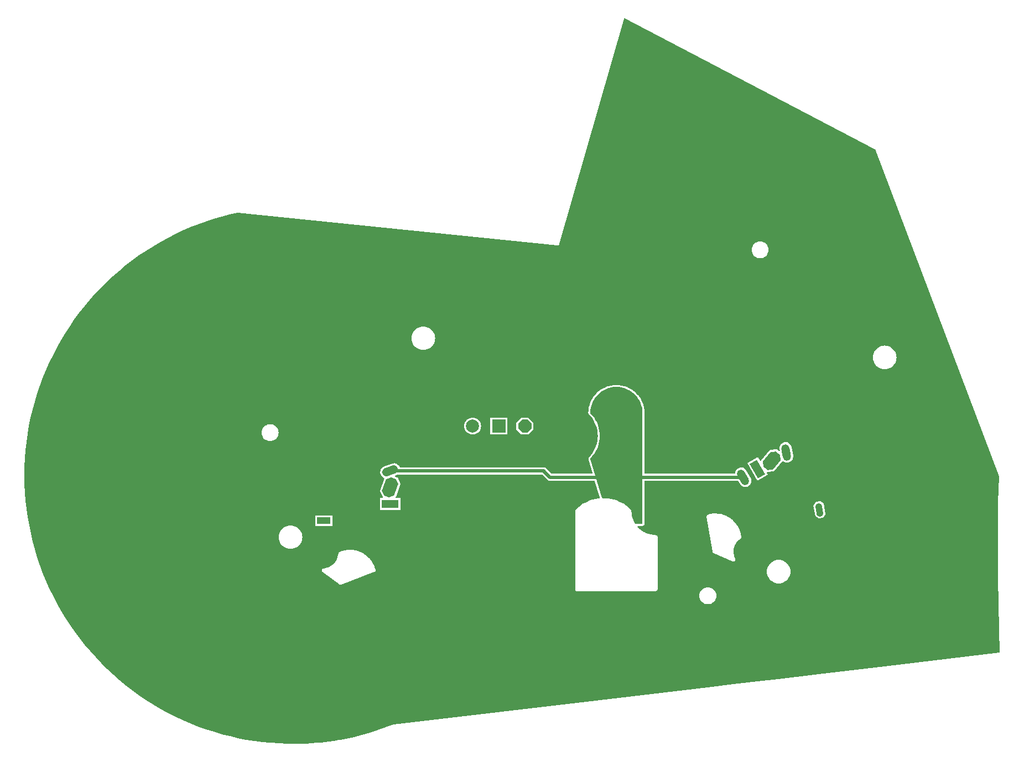
<source format=gbr>
G04 --- HEADER BEGIN --- *
G04 #@! TF.GenerationSoftware,LibrePCB,LibrePCB,0.1.2*
G04 #@! TF.CreationDate,2019-01-02T03:04:05*
G04 #@! TF.ProjectId,test_project,7c04f9d5-7366-4c4b-9e17-852ed57b3966,v1*
G04 #@! TF.Part,Single*
G04 #@! TF.SameCoordinates*
G04 #@! TF.FileFunction,Copper,L1,Top*
G04 #@! TF.FilePolarity,Positive*
%FSLAX66Y66*%
%MOMM*%
G01*
G75*
G04 --- HEADER END --- *
G04 --- APERTURE LIST BEGIN --- *
G04 #@! TA.AperFunction,ComponentPad*
%AMROTATEDOBROUND10*1,1,1.27,0.110267,-0.625353*1,1,1.27,-0.110267,0.625353*20,1,1.27,0.110267,-0.625353,-0.110267,0.625353,0*%
%ADD10ROTATEDOBROUND10*%
%AMROTATEDRECT11*20,1,1.27,-1.27,0.0,1.27,0.0,120.0*%
%ADD11ROTATEDRECT11*%
G04 #@! TA.AperFunction,SMDPad,CuDef*
%AMROTATEDOCTAGON12*4,1,8,1.0,0.207107,0.707107,0.5,-0.707107,0.5,-1.0,0.207107,-1.0,-0.207107,-0.707107,-0.5,0.707107,-0.5,1.0,-0.207107,1.0,0.207107,100.0*%
%ADD12ROTATEDOCTAGON12*%
G04 #@! TA.AperFunction,ComponentPad*
%AMROTATEDOBROUND13*1,1,1.27,0.3175,-0.549926*1,1,1.27,-0.3175,0.549926*20,1,1.27,0.3175,-0.549926,-0.3175,0.549926,0*%
%ADD13ROTATEDOBROUND13*%
%AMROTATEDOCTAGON14*4,1,8,1.5,0.414214,0.914214,1.0,-0.914214,1.0,-1.5,0.414214,-1.5,-0.414214,-0.914214,-1.0,0.914214,-1.0,1.5,-0.414214,1.5,0.414214,50.0*%
%ADD14ROTATEDOCTAGON14*%
G04 #@! TA.AperFunction,Conductor*
%ADD15C,0.0*%
%ADD16C,0.01*%
G04 #@! TA.AperFunction,ComponentPad*
%AMROTATEDOBROUND17*1,1,1.27,-0.596705,-0.217183*1,1,1.27,0.596705,0.217183*20,1,1.27,-0.596705,-0.217183,0.596705,0.217183,0*%
%ADD17ROTATEDOBROUND17*%
%ADD18R,2.54X1.27*%
G04 #@! TA.AperFunction,SMDPad,CuDef*
%AMROTATEDOCTAGON19*4,1,8,1.0,0.207107,0.707107,0.5,-0.707107,0.5,-1.0,0.207107,-1.0,-0.207107,-0.707107,-0.5,0.707107,-0.5,1.0,-0.207107,1.0,0.207107,20.0*%
%ADD19ROTATEDOCTAGON19*%
%ADD20R,2.0X1.0*%
G04 #@! TA.AperFunction,ComponentPad*
%ADD21O,2.54X1.27*%
%AMROTATEDOCTAGON22*4,1,8,1.5,0.414214,0.914214,1.0,-0.914214,1.0,-1.5,0.414214,-1.5,-0.414214,-0.914214,-1.0,0.914214,-1.0,1.5,-0.414214,1.5,0.414214,70.0*%
%ADD22ROTATEDOCTAGON22*%
G04 #@! TA.AperFunction,SMDPad,CuDef*
%ADD23O,1.0X2.0*%
G04 #@! TA.AperFunction,Conductor*
%ADD24C,0.2*%
G04 #@! TA.AperFunction,NonConductor*
%ADD25C,0.2*%
G04 #@! TA.AperFunction,ViaPad*
%ADD26R,2.0X2.0*%
G04 #@! TA.AperFunction,Conductor*
%ADD27C,0.5*%
G04 #@! TA.AperFunction,ViaPad*
%AMROTATEDOCTAGON28*4,1,8,1.0,0.414214,0.414214,1.0,-0.414214,1.0,-1.0,0.414214,-1.0,-0.414214,-0.414214,-1.0,0.414214,-1.0,1.0,-0.414214,1.0,0.414214,0.0*%
%ADD28ROTATEDOCTAGON28*%
%ADD29C,2.0*%
G04 #@! TD*
G04 --- APERTURE LIST END --- *
G04 --- BOARD BEGIN --- *
D10*
G04 #@! TO.N,N/C*
G04 #@! TO.C,D2*
G04 #@! TO.P,D2,4,4*
X60012659Y41970886D03*
D11*
G04 #@! TO.N,N3*
G04 #@! TO.P,D2,2,2*
X55613250Y39430886D03*
D12*
G04 #@! TO.N,N/C*
G04 #@! TO.P,D2,8,8*
X65092659Y33172068D03*
D13*
G04 #@! TO.N,N3*
G04 #@! TO.P,D2,1,1*
X53413546Y38160886D03*
D14*
G04 #@! TO.N,GND*
G04 #@! TO.P,D2,3,3*
X57812955Y40700886D03*
D15*
G04 #@! TD.P*
G04 #@! TO.N,*
X59082955Y38501182D02*
X61622955Y34101773D01*
X58153250Y35031477D01*
X59082955Y38501182D01*
D16*
G04 #@! TA.AperFunction,Conductor*
G36*
X59082955Y38501182D02*
X61622955Y34101773D01*
X58153250Y35031477D01*
X59082955Y38501182D01*
G37*
D17*
G04 #@! TD.AperFunction*
G04 #@! TO.N,N3*
G04 #@! TO.C,D1*
G04 #@! TO.P,D1,4,4*
X-620000Y39140000D03*
D18*
G04 #@! TO.N,N/C*
G04 #@! TO.P,D1,2,2*
X-620000Y34060000D03*
D19*
G04 #@! TO.N,FOO*
G04 #@! TO.P,D1,7,6*
X-10780000Y36600000D03*
D20*
G04 #@! TO.N,N/C*
G04 #@! TO.P,D1,5,5*
X-10780000Y31520000D03*
D21*
G04 #@! TO.N,FOO*
G04 #@! TO.P,D1,1,1*
X-620000Y31520000D03*
D22*
G04 #@! TO.N,VCC*
G04 #@! TO.P,D1,3,3*
X-620000Y36600000D03*
D23*
G04 #@! TO.N,FOO*
G04 #@! TO.P,D1,6,6*
X-10780000Y34060000D03*
D24*
G04 #@! TD.P*
G04 #@! TO.N,*
X-3160000Y31520000D02*
X-8240000Y31520000D01*
X-5700000Y34060000D01*
X-3160000Y31520000D01*
D25*
X-7683333Y38663333D02*
X-8016666Y38663333D01*
X-8016666Y38140000D02*
X-8016666Y39140000D01*
X-7539999Y39140000D01*
X-6949999Y38140000D02*
X-7044443Y38187778D01*
X-7092221Y38235556D01*
X-7139999Y38330000D01*
X-7139999Y38616667D01*
X-7092221Y38711111D01*
X-7044443Y38758889D01*
X-6949999Y38806667D01*
X-6806666Y38806667D01*
X-6711110Y38758889D01*
X-6663332Y38711111D01*
X-6616666Y38616667D01*
X-6616666Y38330000D01*
X-6663332Y38235556D01*
X-6711110Y38187778D01*
X-6806666Y38140000D01*
X-6949999Y38140000D01*
X-6026666Y38140000D02*
X-6121110Y38187778D01*
X-6168888Y38235556D01*
X-6216666Y38330000D01*
X-6216666Y38616667D01*
X-6168888Y38711111D01*
X-6121110Y38758889D01*
X-6026666Y38806667D01*
X-5883333Y38806667D01*
X-5787777Y38758889D01*
X-5739999Y38711111D01*
X-5693333Y38616667D01*
X-5693333Y38330000D01*
X-5739999Y38235556D01*
X-5787777Y38187778D01*
X-5883333Y38140000D01*
X-6026666Y38140000D01*
X-4960000Y38663333D02*
X-4816666Y38616667D01*
X-4770000Y38568889D01*
X-4722222Y38473333D01*
X-4722222Y38330000D01*
X-4770000Y38235556D01*
X-4816666Y38187778D01*
X-4912222Y38140000D01*
X-5293333Y38140000D01*
X-5293333Y39140000D01*
X-4960000Y39140000D01*
X-4864444Y39092222D01*
X-4816666Y39044444D01*
X-4770000Y38950000D01*
X-4770000Y38854444D01*
X-4816666Y38758889D01*
X-4864444Y38711111D01*
X-4960000Y38663333D01*
X-5293333Y38663333D01*
X-3845555Y38140000D02*
X-3845555Y38663333D01*
X-3893333Y38758889D01*
X-3988889Y38806667D01*
X-4178889Y38806667D01*
X-4274444Y38758889D01*
X-3845555Y38187778D02*
X-3941111Y38140000D01*
X-4178889Y38140000D01*
X-4274444Y38187778D01*
X-4322222Y38283333D01*
X-4322222Y38377778D01*
X-4274444Y38473333D01*
X-4178889Y38521111D01*
X-3941111Y38521111D01*
X-3845555Y38568889D01*
X-3445555Y38140000D02*
X-3445555Y38806667D01*
X-3445555Y38616667D02*
X-3397777Y38711111D01*
X-3349999Y38758889D01*
X-3255555Y38806667D01*
X-3159999Y38806667D01*
D26*
G04 #@! TD.C*
G04 #@! TO.N,GND*
X16000000Y46000000D03*
D27*
G04 #@! TO.N,N3*
X23839114Y38160886D02*
X23000000Y39000000D01*
X19140000Y39140000D02*
X22860000Y39140000D01*
X-620000Y39140000D02*
X19140000Y39140000D01*
X53413546Y38160886D02*
X23839114Y38160886D01*
X22860000Y39140000D02*
X23000000Y39000000D01*
D28*
G04 #@! TO.N,GND*
X20000000Y46000000D03*
D29*
X12000000Y46000000D03*
D16*
G04 #@! TA.AperFunction,Conductor*
G04 #@! TO.N,FOO*
G36*
X-15030441Y-2687861D02*
X-13759008Y-2655054D01*
X-13755911Y-2654926D01*
X-12486118Y-2582738D01*
X-12483027Y-2582514D01*
X-12063987Y-2545635D01*
X-12063987Y30720000D01*
X-12068752Y30721566D01*
X-12080000Y30743828D01*
X-12080000Y32303987D01*
X-12078434Y32308752D01*
X-12056172Y32320000D01*
X-9496013Y32320000D01*
X-9491248Y32318434D01*
X-9480000Y32296172D01*
X-9480000Y30736013D01*
X-9481566Y30731248D01*
X-9503828Y30720000D01*
X-12063987Y30720000D01*
X-12063987Y-2545635D01*
X-11216017Y-2471007D01*
X-11212935Y-2470687D01*
X-9950118Y-2319989D01*
X-9947047Y-2319575D01*
X-8689354Y-2129797D01*
X-8686297Y-2129287D01*
X-8233296Y-2046500D01*
X-8233296Y21701606D01*
X-8251328Y21701746D01*
X-8341630Y21719167D01*
X-8356382Y21724538D01*
X-8416770Y21758144D01*
X-8422381Y21761781D01*
X-10956037Y23657035D01*
X-10962799Y23663132D01*
X-11027494Y23733174D01*
X-11037115Y23748421D01*
X-11070782Y23832698D01*
X-11074315Y23850376D01*
X-11075623Y23941123D01*
X-11072602Y23958891D01*
X-11041375Y24044108D01*
X-11032201Y24059621D01*
X-10973896Y24126515D01*
X-10956279Y24139389D01*
X-10829517Y24194220D01*
X-10816969Y24197786D01*
X-10525042Y24240547D01*
X-10513653Y24242899D01*
X-10244785Y24314943D01*
X-10233747Y24318600D01*
X-9975070Y24421364D01*
X-9964530Y24426279D01*
X-9719553Y24558370D01*
X-9709655Y24564475D01*
X-9481647Y24724128D01*
X-9472526Y24731340D01*
X-9264601Y24916377D01*
X-9256377Y24924601D01*
X-9071340Y25132526D01*
X-9064128Y25141647D01*
X-8904475Y25369655D01*
X-8898370Y25379553D01*
X-8766279Y25624530D01*
X-8761364Y25635070D01*
X-8658600Y25893747D01*
X-8654943Y25904785D01*
X-8582899Y26173653D01*
X-8580547Y26185042D01*
X-8537495Y26478952D01*
X-8535356Y26487813D01*
X-8504618Y26578063D01*
X-8495799Y26593789D01*
X-8437520Y26663838D01*
X-8424286Y26675017D01*
X-8348674Y26718899D01*
X-8341089Y26722487D01*
X-7989878Y26853756D01*
X-7987459Y26854590D01*
X-7960558Y26863099D01*
X-7958080Y26863813D01*
X-7592452Y26959130D01*
X-7589939Y26959716D01*
X-7562310Y26965423D01*
X-7559790Y26965876D01*
X-7186280Y27023225D01*
X-7183769Y27023545D01*
X-7155662Y27026394D01*
X-7153149Y27026584D01*
X-6775702Y27045353D01*
X-6773181Y27045414D01*
X-6744941Y27045367D01*
X-6742378Y27045297D01*
X-6365041Y27025286D01*
X-6362478Y27025083D01*
X-6334444Y27022148D01*
X-6331857Y27021810D01*
X-5958589Y26963238D01*
X-5956055Y26962773D01*
X-5928455Y26956978D01*
X-5925930Y26956380D01*
X-5560613Y26859857D01*
X-5558165Y26859142D01*
X-5531292Y26850544D01*
X-5528849Y26849692D01*
X-5175358Y26716241D01*
X-5172967Y26715268D01*
X-5147103Y26703956D01*
X-5144811Y26702882D01*
X-4806837Y26533895D01*
X-4804537Y26532670D01*
X-4780004Y26518786D01*
X-4777804Y26517466D01*
X-4458925Y26314729D01*
X-4456797Y26313298D01*
X-4433815Y26296973D01*
X-4431739Y26295417D01*
X-4135308Y26061061D01*
X-4133362Y26059439D01*
X-4112135Y26040809D01*
X-4110270Y26039086D01*
X-3839433Y25775595D01*
X-3837628Y25773747D01*
X-3818436Y25753056D01*
X-3816739Y25751128D01*
X-3574338Y25461278D01*
X-3572744Y25459269D01*
X-3555772Y25436716D01*
X-3554289Y25434636D01*
X-3342872Y25121472D01*
X-3341463Y25119264D01*
X-3326930Y25095155D01*
X-3325629Y25092867D01*
X-3147433Y24759707D01*
X-3146275Y24757402D01*
X-3134260Y24731868D01*
X-3133226Y24729516D01*
X-2990105Y24379829D01*
X-2989187Y24377411D01*
X-2979860Y24350804D01*
X-2979063Y24348328D01*
X-2873461Y23988971D01*
X-2871701Y23980034D01*
X-2861898Y23885191D01*
X-2863336Y23867223D01*
X-2886900Y23779582D01*
X-2894668Y23763313D01*
X-2947746Y23690259D01*
X-2961561Y23677373D01*
X-3050640Y23621677D01*
X-3059614Y23617249D01*
X-8130615Y21720614D01*
X-8139417Y21718212D01*
X-8233296Y21701606D01*
X-8233296Y-2046500D01*
X-7435161Y-1900640D01*
X-7432121Y-1900035D01*
X-6188708Y-1632737D01*
X-6185689Y-1632039D01*
X-4951124Y-1326332D01*
X-4948127Y-1325541D01*
X-3723577Y-981711D01*
X-3720607Y-980827D01*
X-2507318Y-599224D01*
X-2504377Y-598248D01*
X-1303583Y-179263D01*
X-1300673Y-178197D01*
X-110475Y278935D01*
X-104537Y280802D01*
X-38266Y297175D01*
X-32142Y298289D01*
X28004572Y3614459D01*
X28004572Y20700000D01*
X27995502Y20700832D01*
X27901747Y20718166D01*
X27884907Y20724613D01*
X27807469Y20771930D01*
X27794048Y20783973D01*
X27739480Y20854770D01*
X27730579Y20873349D01*
X27701391Y20994240D01*
X27700000Y21005926D01*
X27700000Y32995428D01*
X27700832Y33004498D01*
X27717947Y33097070D01*
X27725657Y33115852D01*
X27793574Y33215939D01*
X27801064Y33224627D01*
X28140013Y33536652D01*
X28141606Y33538059D01*
X28158902Y33552709D01*
X28160552Y33554049D01*
X28527853Y33839931D01*
X28529513Y33841168D01*
X28548004Y33854371D01*
X28549704Y33855533D01*
X28939405Y34110137D01*
X28941152Y34111226D01*
X28960646Y34122842D01*
X28962481Y34123885D01*
X29371816Y34345406D01*
X29373698Y34346375D01*
X29394083Y34356341D01*
X29395969Y34357215D01*
X29822247Y34544198D01*
X29824132Y34544979D01*
X29845299Y34553238D01*
X29847256Y34553956D01*
X30287523Y34705100D01*
X30289459Y34705720D01*
X30311252Y34712208D01*
X30313263Y34712762D01*
X30764496Y34827030D01*
X30766477Y34827488D01*
X30788731Y34832154D01*
X30790779Y34832539D01*
X31249905Y34909153D01*
X31251917Y34909446D01*
X31274467Y34912257D01*
X31276579Y34912476D01*
X31384327Y34921404D01*
X31441841Y34945736D01*
X31473705Y34999445D01*
X31471852Y35049797D01*
X30724905Y37539621D01*
X30689179Y37590843D01*
X30629122Y37610886D01*
X23842384Y37610886D01*
X23835875Y37611312D01*
X23703255Y37628771D01*
X23690713Y37632132D01*
X23570166Y37682065D01*
X23558915Y37688561D01*
X23452804Y37769983D01*
X23447893Y37774289D01*
X22661471Y38560711D01*
X22590760Y38590000D01*
X537967Y38590000D01*
X477959Y38569994D01*
X465691Y38560791D01*
X457324Y38555714D01*
X298718Y38479637D01*
X294177Y38477727D01*
X147184Y38424226D01*
X98104Y38385611D01*
X81504Y38325408D01*
X103857Y38267096D01*
X147184Y38236288D01*
X482948Y38114079D01*
X510046Y38089248D01*
X948375Y37149252D01*
X949978Y37112532D01*
X253223Y35198216D01*
X220550Y35162559D01*
X194846Y35105644D01*
X207921Y35044578D01*
X254675Y35003176D01*
X294278Y34995000D01*
X933987Y34995000D01*
X938752Y34993434D01*
X950000Y34971172D01*
X950000Y33141013D01*
X948434Y33136248D01*
X926172Y33125000D01*
X-2173987Y33125000D01*
X-2178752Y33126566D01*
X-2190000Y33148828D01*
X-2190000Y34978987D01*
X-2188434Y34983752D01*
X-2166172Y34995000D01*
X-1853039Y34995000D01*
X-1793712Y35014500D01*
X-1757522Y35065395D01*
X-1762408Y35137262D01*
X-2188375Y36050748D01*
X-2189978Y36087468D01*
X-1517502Y37935080D01*
X-1515535Y37997499D01*
X-1578296Y38063619D01*
X-1607218Y38073790D01*
X-1616081Y38077923D01*
X-1765352Y38166289D01*
X-1773240Y38172073D01*
X-1902401Y38287861D01*
X-1909008Y38295071D01*
X-2013098Y38433833D01*
X-2018175Y38442199D01*
X-2093193Y38598599D01*
X-2096538Y38607789D01*
X-2139603Y38775822D01*
X-2141091Y38785490D01*
X-2150548Y38958693D01*
X-2150121Y38968469D01*
X-2125605Y39140187D01*
X-2123279Y39149691D01*
X-2065733Y39313331D01*
X-2061600Y39322194D01*
X-1973234Y39471465D01*
X-1967450Y39479353D01*
X-1851662Y39608514D01*
X-1844452Y39615121D01*
X-1705684Y39719216D01*
X-1697334Y39724283D01*
X-1538699Y39800372D01*
X-1534188Y39802269D01*
X-345401Y40234952D01*
X-340697Y40236407D01*
X-170289Y40280080D01*
X-160626Y40281568D01*
X12580Y40291025D01*
X22356Y40290598D01*
X194074Y40266082D01*
X203578Y40263756D01*
X367218Y40206210D01*
X376084Y40202075D01*
X525350Y40113712D01*
X533237Y40107929D01*
X662400Y39992140D01*
X669007Y39984930D01*
X773097Y39846168D01*
X778174Y39837802D01*
X821847Y39746752D01*
X865087Y39701693D01*
X912011Y39690000D01*
X4456435Y39690000D01*
X4456435Y57660255D01*
X4207399Y57678066D01*
X4200344Y57679080D01*
X3956364Y57732155D01*
X3949538Y57734160D01*
X3715602Y57821413D01*
X3709118Y57824374D01*
X3489983Y57944032D01*
X3483986Y57947886D01*
X3284110Y58097510D01*
X3278727Y58102175D01*
X3102175Y58278727D01*
X3097510Y58284110D01*
X2947886Y58483986D01*
X2944032Y58489983D01*
X2824374Y58709118D01*
X2821413Y58715602D01*
X2734160Y58949538D01*
X2732155Y58956364D01*
X2679080Y59200344D01*
X2678066Y59207399D01*
X2660255Y59456435D01*
X2660255Y59463565D01*
X2678066Y59712601D01*
X2679080Y59719656D01*
X2732155Y59963636D01*
X2734160Y59970462D01*
X2821413Y60204398D01*
X2824374Y60210882D01*
X2944032Y60430017D01*
X2947886Y60436014D01*
X3097510Y60635890D01*
X3102175Y60641273D01*
X3278727Y60817825D01*
X3284110Y60822490D01*
X3483986Y60972114D01*
X3489983Y60975968D01*
X3709118Y61095626D01*
X3715602Y61098587D01*
X3949538Y61185840D01*
X3956364Y61187845D01*
X4200344Y61240920D01*
X4207399Y61241934D01*
X4456435Y61259745D01*
X4463565Y61259745D01*
X4712601Y61241934D01*
X4719656Y61240920D01*
X4963636Y61187845D01*
X4970462Y61185840D01*
X5204398Y61098587D01*
X5210882Y61095626D01*
X5430017Y60975968D01*
X5436014Y60972114D01*
X5635890Y60822490D01*
X5641273Y60817825D01*
X5817825Y60641273D01*
X5822490Y60635890D01*
X5972114Y60436014D01*
X5975968Y60430017D01*
X6095626Y60210882D01*
X6098587Y60204398D01*
X6185840Y59970462D01*
X6187845Y59963636D01*
X6240920Y59719656D01*
X6241934Y59712601D01*
X6259745Y59463565D01*
X6259745Y59456435D01*
X6241934Y59207399D01*
X6240920Y59200344D01*
X6187845Y58956364D01*
X6185840Y58949538D01*
X6098587Y58715602D01*
X6095626Y58709118D01*
X5975968Y58489983D01*
X5972114Y58483986D01*
X5822490Y58284110D01*
X5817825Y58278727D01*
X5641273Y58102175D01*
X5635890Y58097510D01*
X5436014Y57947886D01*
X5430017Y57944032D01*
X5210882Y57824374D01*
X5204398Y57821413D01*
X4970462Y57734160D01*
X4963636Y57732155D01*
X4719656Y57679080D01*
X4712601Y57678066D01*
X4463565Y57660255D01*
X4456435Y57660255D01*
X4456435Y39690000D01*
X11995645Y39690000D01*
X11995645Y44700381D01*
X11778613Y44719369D01*
X11770038Y44720880D01*
X11559588Y44777271D01*
X11551419Y44780244D01*
X11353955Y44872323D01*
X11346424Y44876671D01*
X11167951Y45001638D01*
X11161291Y45007227D01*
X11007227Y45161291D01*
X11001638Y45167951D01*
X10876671Y45346424D01*
X10872323Y45353955D01*
X10780244Y45551419D01*
X10777271Y45559588D01*
X10720880Y45770038D01*
X10719369Y45778613D01*
X10700381Y45995645D01*
X10700381Y46004355D01*
X10719369Y46221387D01*
X10720880Y46229962D01*
X10777271Y46440412D01*
X10780244Y46448581D01*
X10872323Y46646045D01*
X10876671Y46653576D01*
X11001638Y46832049D01*
X11007227Y46838709D01*
X11161291Y46992773D01*
X11167951Y46998362D01*
X11346424Y47123329D01*
X11353955Y47127677D01*
X11551419Y47219756D01*
X11559588Y47222729D01*
X11770038Y47279120D01*
X11778613Y47280631D01*
X11995645Y47299619D01*
X12004355Y47299619D01*
X12221387Y47280631D01*
X12229962Y47279120D01*
X12440412Y47222729D01*
X12448581Y47219756D01*
X12646045Y47127677D01*
X12653576Y47123329D01*
X12832049Y46998362D01*
X12838709Y46992773D01*
X12992773Y46838709D01*
X12998362Y46832049D01*
X13123329Y46653576D01*
X13127677Y46646045D01*
X13219756Y46448581D01*
X13222729Y46440412D01*
X13279120Y46229962D01*
X13280631Y46221387D01*
X13299619Y46004355D01*
X13299619Y45995645D01*
X13280631Y45778613D01*
X13279120Y45770038D01*
X13222729Y45559588D01*
X13219756Y45551419D01*
X13127677Y45353955D01*
X13123329Y45346424D01*
X12998362Y45167951D01*
X12992773Y45161291D01*
X12838709Y45007227D01*
X12832049Y45001638D01*
X12653576Y44876671D01*
X12646045Y44872323D01*
X12448581Y44780244D01*
X12440412Y44777271D01*
X12229962Y44720880D01*
X12221387Y44719369D01*
X12004355Y44700381D01*
X11995645Y44700381D01*
X11995645Y39690000D01*
X14716013Y39690000D01*
X14716013Y44700000D01*
X14711248Y44701566D01*
X14700000Y44723828D01*
X14700000Y47283987D01*
X14701566Y47288752D01*
X14723828Y47300000D01*
X17283987Y47300000D01*
X17288752Y47298434D01*
X17300000Y47276172D01*
X17300000Y44716013D01*
X17298434Y44711248D01*
X17276172Y44700000D01*
X14716013Y44700000D01*
X14716013Y39690000D01*
X19481413Y39690000D01*
X19481413Y44700000D01*
X19447458Y44714064D01*
X18714064Y45447458D01*
X18700000Y45481413D01*
X18700000Y46518587D01*
X18714064Y46552542D01*
X19447458Y47285936D01*
X19481413Y47300000D01*
X20518587Y47300000D01*
X20552542Y47285936D01*
X21285936Y46552542D01*
X21300000Y46518587D01*
X21300000Y45481413D01*
X21285936Y45447458D01*
X20552542Y44714064D01*
X20518587Y44700000D01*
X19481413Y44700000D01*
X19481413Y39690000D01*
X22856731Y39690000D01*
X22863240Y39689574D01*
X22995860Y39672115D01*
X23008402Y39668754D01*
X23128949Y39618821D01*
X23140200Y39612325D01*
X23184457Y39578365D01*
X23243488Y39533069D01*
X23247867Y39528641D01*
X23250551Y39527266D01*
X23388901Y39388916D01*
X23388916Y39388902D01*
X24037643Y38740175D01*
X24108354Y38710886D01*
X30239121Y38710886D01*
X30298448Y38730386D01*
X30334638Y38781281D01*
X30334904Y38839621D01*
X29729688Y40857009D01*
X29728501Y40861822D01*
X29718078Y40915465D01*
X29717373Y40920393D01*
X29714551Y40950843D01*
X29715023Y40963670D01*
X29738196Y41102068D01*
X29741925Y41114339D01*
X29763332Y41161738D01*
X29767158Y41168681D01*
X29815009Y41241244D01*
X29819877Y41247487D01*
X30058753Y41508173D01*
X30064360Y41514856D01*
X30305955Y41829709D01*
X30310959Y41836855D01*
X30524206Y42171588D01*
X30528568Y42179143D01*
X30711825Y42531174D01*
X30715512Y42539081D01*
X30867392Y42905753D01*
X30870376Y42913950D01*
X30989719Y43292455D01*
X30991977Y43300882D01*
X31077884Y43688384D01*
X31079398Y43696975D01*
X31131198Y44090433D01*
X31131959Y44099124D01*
X31149272Y44495638D01*
X31149272Y44504362D01*
X31131959Y44900876D01*
X31131198Y44909567D01*
X31079398Y45303025D01*
X31077884Y45311616D01*
X30991977Y45699118D01*
X30989719Y45707545D01*
X30870376Y46086050D01*
X30867392Y46094247D01*
X30715512Y46460919D01*
X30711825Y46468826D01*
X30528568Y46820857D01*
X30524206Y46828412D01*
X30310959Y47163145D01*
X30305955Y47170291D01*
X30064359Y47485144D01*
X30058752Y47491827D01*
X29810356Y47762904D01*
X29804459Y47770777D01*
X29748572Y47863160D01*
X29744336Y47872038D01*
X29721540Y47935205D01*
X29719130Y47944743D01*
X29703142Y48051516D01*
X29702652Y48061351D01*
X29719353Y48401309D01*
X29719424Y48402468D01*
X29720421Y48415974D01*
X29720526Y48417193D01*
X29721363Y48425692D01*
X29721505Y48426973D01*
X29723151Y48440319D01*
X29723320Y48441561D01*
X29779297Y48818927D01*
X29779494Y48820148D01*
X29781802Y48833450D01*
X29782019Y48834614D01*
X29783703Y48843079D01*
X29783957Y48844276D01*
X29786913Y48857439D01*
X29787193Y48858617D01*
X29879885Y49228664D01*
X29880205Y49229876D01*
X29883792Y49242840D01*
X29884156Y49244095D01*
X29886636Y49252271D01*
X29887000Y49253418D01*
X29891254Y49266296D01*
X29891633Y49267397D01*
X30020140Y49626549D01*
X30020588Y49627755D01*
X30025437Y49640327D01*
X30025897Y49641478D01*
X30029185Y49649415D01*
X30029656Y49650515D01*
X30035131Y49662865D01*
X30035651Y49664001D01*
X30198742Y50008829D01*
X30199307Y50009985D01*
X30205374Y50022040D01*
X30205913Y50023078D01*
X30209980Y50030687D01*
X30210559Y50031740D01*
X30217227Y50043510D01*
X30217833Y50044550D01*
X30413960Y50371768D01*
X30414606Y50372816D01*
X30421817Y50384205D01*
X30422481Y50385226D01*
X30427277Y50392405D01*
X30427943Y50393374D01*
X30435749Y50404458D01*
X30436433Y50405405D01*
X30663718Y50711863D01*
X30664427Y50712795D01*
X30672783Y50723502D01*
X30673527Y50724431D01*
X30678932Y50731017D01*
X30679793Y50732040D01*
X30688588Y50742236D01*
X30689366Y50743115D01*
X30945583Y51025807D01*
X30946401Y51026688D01*
X30955753Y51036510D01*
X30956534Y51037311D01*
X30962689Y51043466D01*
X30963490Y51044247D01*
X30973312Y51053599D01*
X30974193Y51054417D01*
X31256885Y51310634D01*
X31257764Y51311412D01*
X31267960Y51320207D01*
X31268983Y51321068D01*
X31275569Y51326473D01*
X31276498Y51327217D01*
X31287205Y51335573D01*
X31288137Y51336282D01*
X31594595Y51563567D01*
X31595542Y51564251D01*
X31606626Y51572057D01*
X31607595Y51572723D01*
X31614774Y51577519D01*
X31615795Y51578183D01*
X31627184Y51585394D01*
X31628232Y51586040D01*
X31955450Y51782167D01*
X31956490Y51782773D01*
X31968260Y51789441D01*
X31969313Y51790020D01*
X31976922Y51794087D01*
X31977960Y51794626D01*
X31990015Y51800693D01*
X31991171Y51801258D01*
X32335999Y51964349D01*
X32337135Y51964869D01*
X32349485Y51970344D01*
X32350585Y51970815D01*
X32358522Y51974103D01*
X32359673Y51974563D01*
X32372245Y51979412D01*
X32373451Y51979860D01*
X32732603Y52108367D01*
X32733704Y52108746D01*
X32746582Y52113000D01*
X32747729Y52113364D01*
X32755905Y52115844D01*
X32757160Y52116208D01*
X32770124Y52119795D01*
X32771336Y52120115D01*
X33141383Y52212807D01*
X33142561Y52213087D01*
X33155724Y52216043D01*
X33156921Y52216297D01*
X33165386Y52217981D01*
X33166550Y52218198D01*
X33179852Y52220506D01*
X33181073Y52220703D01*
X33558439Y52276680D01*
X33559681Y52276849D01*
X33573027Y52278495D01*
X33574308Y52278637D01*
X33582807Y52279474D01*
X33584026Y52279579D01*
X33597532Y52280576D01*
X33598691Y52280647D01*
X33979777Y52299369D01*
X33980985Y52299413D01*
X33994445Y52299743D01*
X33995744Y52299759D01*
X34004256Y52299759D01*
X34005555Y52299743D01*
X34019015Y52299413D01*
X34020223Y52299369D01*
X34401309Y52280647D01*
X34402468Y52280576D01*
X34415974Y52279579D01*
X34417193Y52279474D01*
X34425692Y52278637D01*
X34426973Y52278495D01*
X34440319Y52276849D01*
X34441561Y52276680D01*
X34818927Y52220703D01*
X34820148Y52220506D01*
X34833450Y52218198D01*
X34834614Y52217981D01*
X34843079Y52216297D01*
X34844276Y52216043D01*
X34857439Y52213087D01*
X34858617Y52212807D01*
X35228664Y52120115D01*
X35229876Y52119795D01*
X35242840Y52116208D01*
X35244095Y52115844D01*
X35252271Y52113364D01*
X35253418Y52113000D01*
X35266296Y52108746D01*
X35267397Y52108367D01*
X35626549Y51979860D01*
X35627755Y51979412D01*
X35640327Y51974563D01*
X35641478Y51974103D01*
X35649415Y51970815D01*
X35650515Y51970344D01*
X35662865Y51964869D01*
X35664001Y51964349D01*
X36008829Y51801258D01*
X36009985Y51800693D01*
X36022040Y51794626D01*
X36023078Y51794087D01*
X36030687Y51790020D01*
X36031740Y51789441D01*
X36043510Y51782773D01*
X36044550Y51782167D01*
X36371768Y51586040D01*
X36372816Y51585394D01*
X36384205Y51578183D01*
X36385226Y51577519D01*
X36392405Y51572723D01*
X36393374Y51572057D01*
X36404458Y51564251D01*
X36405405Y51563567D01*
X36711863Y51336282D01*
X36712795Y51335573D01*
X36723502Y51327217D01*
X36724431Y51326473D01*
X36731017Y51321068D01*
X36732040Y51320207D01*
X36742236Y51311412D01*
X36743115Y51310634D01*
X37025807Y51054417D01*
X37026688Y51053599D01*
X37036510Y51044247D01*
X37037311Y51043466D01*
X37043466Y51037311D01*
X37044247Y51036510D01*
X37053599Y51026688D01*
X37054417Y51025807D01*
X37310634Y50743115D01*
X37311412Y50742236D01*
X37320207Y50732040D01*
X37321068Y50731017D01*
X37326473Y50724431D01*
X37327217Y50723502D01*
X37335573Y50712795D01*
X37336282Y50711863D01*
X37563567Y50405405D01*
X37564251Y50404458D01*
X37572057Y50393374D01*
X37572723Y50392405D01*
X37577519Y50385226D01*
X37578183Y50384205D01*
X37585394Y50372816D01*
X37586040Y50371768D01*
X37782167Y50044550D01*
X37782773Y50043510D01*
X37789441Y50031740D01*
X37790020Y50030687D01*
X37794087Y50023078D01*
X37794626Y50022040D01*
X37800693Y50009985D01*
X37801258Y50008829D01*
X37964349Y49664001D01*
X37964869Y49662865D01*
X37970344Y49650515D01*
X37970815Y49649415D01*
X37974103Y49641478D01*
X37974563Y49640327D01*
X37979412Y49627755D01*
X37979860Y49626549D01*
X38108367Y49267397D01*
X38108746Y49266296D01*
X38113000Y49253418D01*
X38113364Y49252271D01*
X38115844Y49244095D01*
X38116208Y49242840D01*
X38119795Y49229876D01*
X38120115Y49228664D01*
X38212807Y48858617D01*
X38213087Y48857439D01*
X38216043Y48844276D01*
X38216297Y48843079D01*
X38217981Y48834614D01*
X38218198Y48833450D01*
X38220506Y48820148D01*
X38220703Y48818927D01*
X38276680Y48441561D01*
X38276849Y48440319D01*
X38278495Y48426973D01*
X38278637Y48425692D01*
X38279474Y48417193D01*
X38279579Y48415974D01*
X38280576Y48402468D01*
X38280647Y48401309D01*
X38299505Y48017441D01*
X38299530Y48016870D01*
X38299781Y48010025D01*
X38299797Y48009504D01*
X38299901Y48005255D01*
X38299915Y48004446D01*
X38299995Y47997927D01*
X38300000Y47997191D01*
X38300000Y38810886D01*
X38319500Y38751559D01*
X38400000Y38710886D01*
X52068121Y38710886D01*
X52127448Y38730386D01*
X52166785Y38794597D01*
X52192104Y38947955D01*
X52194636Y38957407D01*
X52255741Y39119758D01*
X52260063Y39128522D01*
X52351666Y39275830D01*
X52357622Y39283593D01*
X52476195Y39410191D01*
X52483557Y39416648D01*
X52624549Y39517682D01*
X52633023Y39522575D01*
X52791026Y39594165D01*
X52800281Y39597307D01*
X52969220Y39636697D01*
X52978917Y39637974D01*
X53152283Y39643649D01*
X53162050Y39643009D01*
X53333189Y39614754D01*
X53342641Y39612222D01*
X53504992Y39551117D01*
X53513756Y39546795D01*
X53661064Y39455192D01*
X53668827Y39449236D01*
X53795425Y39330663D01*
X53801882Y39323301D01*
X53904352Y39180305D01*
X53907002Y39176196D01*
X54539559Y38080576D01*
X54541791Y38076229D01*
X54614399Y37915980D01*
X54617541Y37906725D01*
X54656931Y37737786D01*
X54658208Y37728089D01*
X54663883Y37554723D01*
X54663243Y37544956D01*
X54634988Y37373817D01*
X54632456Y37364365D01*
X54571351Y37202014D01*
X54567029Y37193250D01*
X54475426Y37045942D01*
X54469470Y37038179D01*
X54350897Y36911581D01*
X54343535Y36905124D01*
X54202543Y36804090D01*
X54194069Y36799197D01*
X54036066Y36727607D01*
X54026811Y36724465D01*
X53857872Y36685075D01*
X53848175Y36683798D01*
X53674809Y36678123D01*
X53665042Y36678763D01*
X53493903Y36707018D01*
X53484451Y36709550D01*
X53322100Y36770655D01*
X53313336Y36774977D01*
X53166028Y36866580D01*
X53158265Y36872536D01*
X53031667Y36991109D01*
X53025210Y36998471D01*
X52922740Y37141467D01*
X52920090Y37145576D01*
X52680311Y37560886D01*
X52633759Y37602515D01*
X52593708Y37610886D01*
X38400000Y37610886D01*
X38340673Y37591386D01*
X38300000Y37510886D01*
X38300000Y31105853D01*
X38298644Y31094308D01*
X38269120Y30970404D01*
X38265122Y30959485D01*
X38229462Y30888905D01*
X38223793Y30880115D01*
X38154891Y30794511D01*
X38140072Y30782111D01*
X38057019Y30736696D01*
X38048656Y30733071D01*
X37997444Y30716238D01*
X37989759Y30714373D01*
X37903923Y30700628D01*
X37896028Y30700000D01*
X37323116Y30700000D01*
X37263789Y30680500D01*
X37227599Y30629605D01*
X37228661Y30567164D01*
X37249021Y30532844D01*
X37380662Y30387601D01*
X37387601Y30380662D01*
X37649333Y30143442D01*
X37656919Y30137216D01*
X37940646Y29926790D01*
X37948805Y29921338D01*
X38251787Y29739736D01*
X38260443Y29735110D01*
X38579776Y29584077D01*
X38588842Y29580321D01*
X38921425Y29461322D01*
X38930816Y29458474D01*
X39273463Y29372645D01*
X39283088Y29370730D01*
X39632507Y29318898D01*
X39642273Y29317936D01*
X40010159Y29299863D01*
X40019166Y29298589D01*
X40111964Y29276673D01*
X40128467Y29269407D01*
X40203493Y29218346D01*
X40216302Y29205664D01*
X40267685Y29131764D01*
X40275434Y29113933D01*
X40298879Y29005201D01*
X40300000Y28994681D01*
X40300000Y21004572D01*
X40299168Y20995502D01*
X40281834Y20901747D01*
X40275387Y20884907D01*
X40228070Y20807469D01*
X40216027Y20794048D01*
X40145230Y20739480D01*
X40126651Y20730579D01*
X40005760Y20701391D01*
X39994074Y20700000D01*
X28004572Y20700000D01*
X28004572Y3614459D01*
X47995645Y5978995D01*
X47995645Y18700381D01*
X47778613Y18719369D01*
X47770038Y18720880D01*
X47559588Y18777271D01*
X47551419Y18780244D01*
X47353955Y18872323D01*
X47346424Y18876671D01*
X47167951Y19001638D01*
X47161291Y19007227D01*
X47007227Y19161291D01*
X47001638Y19167951D01*
X46876671Y19346424D01*
X46872323Y19353955D01*
X46780244Y19551419D01*
X46777271Y19559588D01*
X46720880Y19770038D01*
X46719369Y19778613D01*
X46700381Y19995645D01*
X46700381Y20004355D01*
X46719369Y20221387D01*
X46720880Y20229962D01*
X46777271Y20440412D01*
X46780244Y20448581D01*
X46872323Y20646045D01*
X46876671Y20653576D01*
X47001638Y20832049D01*
X47007227Y20838709D01*
X47161291Y20992773D01*
X47167951Y20998362D01*
X47346424Y21123329D01*
X47353955Y21127677D01*
X47551419Y21219756D01*
X47559588Y21222729D01*
X47770038Y21279120D01*
X47778613Y21280631D01*
X47995645Y21299619D01*
X48004355Y21299619D01*
X48221387Y21280631D01*
X48229962Y21279120D01*
X48440412Y21222729D01*
X48448581Y21219756D01*
X48646045Y21127677D01*
X48653576Y21123329D01*
X48832049Y20998362D01*
X48838709Y20992773D01*
X48992773Y20838709D01*
X48998362Y20832049D01*
X49123329Y20653576D01*
X49127677Y20646045D01*
X49219756Y20448581D01*
X49222729Y20440412D01*
X49279120Y20229962D01*
X49280631Y20221387D01*
X49299619Y20004355D01*
X49299619Y19995645D01*
X49280631Y19778613D01*
X49279120Y19770038D01*
X49222729Y19559588D01*
X49219756Y19551419D01*
X49127677Y19353955D01*
X49123329Y19346424D01*
X48998362Y19167951D01*
X48992773Y19161291D01*
X48838709Y19007227D01*
X48832049Y19001638D01*
X48653576Y18876671D01*
X48646045Y18872323D01*
X48448581Y18780244D01*
X48440412Y18777271D01*
X48229962Y18720880D01*
X48221387Y18719369D01*
X48004355Y18700381D01*
X47995645Y18700381D01*
X47995645Y5978995D01*
X51919467Y6443102D01*
X51919467Y25255834D01*
X51782753Y25275400D01*
X51770191Y25278924D01*
X48864989Y26524237D01*
X48856988Y26528570D01*
X48777640Y26581444D01*
X48764704Y26594004D01*
X48711466Y26668996D01*
X48704513Y26683073D01*
X48684087Y26749081D01*
X48682537Y26755616D01*
X47789296Y32097188D01*
X47788619Y32106277D01*
X47790253Y32201608D01*
X47793834Y32219276D01*
X47827732Y32303463D01*
X47837393Y32318681D01*
X47898842Y32384847D01*
X47914102Y32395985D01*
X48009221Y32440608D01*
X48018650Y32443924D01*
X48382256Y32532049D01*
X48384735Y32532584D01*
X48412475Y32537816D01*
X48415021Y32538229D01*
X48789441Y32589129D01*
X48791990Y32589409D01*
X48820103Y32591770D01*
X48822668Y32591919D01*
X49200304Y32604178D01*
X49202916Y32604195D01*
X49231121Y32603663D01*
X49233650Y32603551D01*
X49610602Y32577038D01*
X49613168Y32576791D01*
X49641144Y32573374D01*
X49643735Y32572989D01*
X50015923Y32507995D01*
X50018454Y32507486D01*
X50045978Y32501209D01*
X50048428Y32500584D01*
X50412068Y32397767D01*
X50414502Y32397010D01*
X50441247Y32387942D01*
X50443638Y32387062D01*
X50794775Y32247539D01*
X50797162Y32246519D01*
X50822829Y32234762D01*
X50825098Y32233652D01*
X51160133Y32058853D01*
X51162356Y32057619D01*
X51186674Y32043299D01*
X51188876Y32041924D01*
X51504186Y31833740D01*
X51506291Y31832271D01*
X51529030Y31815521D01*
X51531034Y31813963D01*
X51823378Y31574535D01*
X51825302Y31572876D01*
X51846221Y31553868D01*
X51848035Y31552132D01*
X52114318Y31283987D01*
X52116069Y31282131D01*
X52134918Y31261094D01*
X52136545Y31259182D01*
X52373955Y30965145D01*
X52375491Y30963139D01*
X52392080Y30940285D01*
X52393533Y30938172D01*
X52599523Y30621407D01*
X52600877Y30619203D01*
X52615015Y30594809D01*
X52616250Y30592548D01*
X52788700Y30256321D01*
X52789807Y30254020D01*
X52801373Y30228297D01*
X52802378Y30225900D01*
X52939445Y29873814D01*
X52940327Y29871364D01*
X52949194Y29844603D01*
X52949942Y29842136D01*
X53050216Y29477806D01*
X53050825Y29475350D01*
X53056909Y29447783D01*
X53057399Y29445257D01*
X53119261Y29075832D01*
X53119940Y29066746D01*
X53118327Y28971414D01*
X53114749Y28953742D01*
X53080734Y28869210D01*
X53071560Y28854512D01*
X53013024Y28789573D01*
X53006905Y28783837D01*
X52773604Y28599367D01*
X52764916Y28591636D01*
X52568096Y28394816D01*
X52560365Y28386128D01*
X52387737Y28167803D01*
X52381067Y28158278D01*
X52234940Y27921371D01*
X52229421Y27911135D01*
X52111792Y27658880D01*
X52107499Y27648072D01*
X52019951Y27383865D01*
X52016941Y27372633D01*
X51960655Y27100040D01*
X51958970Y27088534D01*
X51934712Y26811270D01*
X51934373Y26799645D01*
X51942470Y26521409D01*
X51943484Y26509825D01*
X51983821Y26234443D01*
X51986172Y26223054D01*
X52058214Y25954189D01*
X52061872Y25943150D01*
X52171549Y25667077D01*
X52174124Y25658343D01*
X52192630Y25564810D01*
X52192855Y25546784D01*
X52177470Y25457338D01*
X52171238Y25440433D01*
X52124887Y25362399D01*
X52113018Y25348833D01*
X52041832Y25292535D01*
X52025901Y25284113D01*
X51941219Y25257592D01*
X51919467Y25255834D01*
X51919467Y6443102D01*
X55597474Y6878135D01*
X55597474Y37610706D01*
X55576602Y37624361D01*
X54026522Y40309180D01*
X54025496Y40314088D01*
X54039151Y40334960D01*
X55624118Y41250040D01*
X55629026Y41251066D01*
X55649898Y41237411D01*
X55965845Y40690174D01*
X55995645Y40663525D01*
X55995645Y71700381D01*
X55778613Y71719369D01*
X55770038Y71720880D01*
X55559588Y71777271D01*
X55551419Y71780244D01*
X55353955Y71872323D01*
X55346424Y71876671D01*
X55167951Y72001638D01*
X55161291Y72007227D01*
X55007227Y72161291D01*
X55001638Y72167951D01*
X54876671Y72346424D01*
X54872323Y72353955D01*
X54780244Y72551419D01*
X54777271Y72559588D01*
X54720880Y72770038D01*
X54719369Y72778613D01*
X54700381Y72995645D01*
X54700381Y73004355D01*
X54719369Y73221387D01*
X54720880Y73229962D01*
X54777271Y73440412D01*
X54780244Y73448581D01*
X54872323Y73646045D01*
X54876671Y73653576D01*
X55001638Y73832049D01*
X55007227Y73838709D01*
X55161291Y73992773D01*
X55167951Y73998362D01*
X55346424Y74123329D01*
X55353955Y74127677D01*
X55551419Y74219756D01*
X55559588Y74222729D01*
X55770038Y74279120D01*
X55778613Y74280631D01*
X55995645Y74299619D01*
X56004355Y74299619D01*
X56221387Y74280631D01*
X56229962Y74279120D01*
X56440412Y74222729D01*
X56448581Y74219756D01*
X56646045Y74127677D01*
X56653576Y74123329D01*
X56832049Y73998362D01*
X56838709Y73992773D01*
X56992773Y73838709D01*
X56998362Y73832049D01*
X57123329Y73653576D01*
X57127677Y73646045D01*
X57219756Y73448581D01*
X57222729Y73440412D01*
X57279120Y73229962D01*
X57280631Y73221387D01*
X57299619Y73004355D01*
X57299619Y72995645D01*
X57280631Y72778613D01*
X57279120Y72770038D01*
X57222729Y72559588D01*
X57219756Y72551419D01*
X57127677Y72353955D01*
X57123329Y72346424D01*
X56998362Y72167951D01*
X56992773Y72161291D01*
X56838709Y72007227D01*
X56832049Y72001638D01*
X56653576Y71876671D01*
X56646045Y71872323D01*
X56448581Y71780244D01*
X56440412Y71777271D01*
X56229962Y71720880D01*
X56221387Y71719369D01*
X56004355Y71700381D01*
X55995645Y71700381D01*
X55995645Y40663525D01*
X56012397Y40648545D01*
X56074568Y40642651D01*
X56128112Y40674791D01*
X56147820Y40710104D01*
X56162363Y40756229D01*
X57471832Y42316792D01*
X57504434Y42333764D01*
X58537658Y42424159D01*
X58572714Y42413106D01*
X58846428Y42183433D01*
X58904410Y42160235D01*
X58964848Y42175961D01*
X59004171Y42224476D01*
X59009188Y42277402D01*
X58982022Y42431467D01*
X58981410Y42436319D01*
X58967989Y42611742D01*
X58968203Y42621510D01*
X58988969Y42793737D01*
X58991083Y42803275D01*
X59045049Y42968143D01*
X59048984Y42977085D01*
X59134076Y43128254D01*
X59139681Y43136259D01*
X59252631Y43267923D01*
X59259691Y43274682D01*
X59396160Y43381784D01*
X59404391Y43387027D01*
X59559137Y43465449D01*
X59568238Y43468989D01*
X59735304Y43515713D01*
X59744928Y43517410D01*
X59917896Y43530643D01*
X59927664Y43530429D01*
X60099891Y43509663D01*
X60109429Y43507549D01*
X60274297Y43453583D01*
X60283239Y43449648D01*
X60434408Y43364556D01*
X60442413Y43358951D01*
X60574077Y43246001D01*
X60580836Y43238941D01*
X60687938Y43102472D01*
X60693181Y43094241D01*
X60771602Y42939498D01*
X60775144Y42930389D01*
X60822529Y42760957D01*
X60823613Y42756190D01*
X61043296Y41510305D01*
X61043908Y41505453D01*
X61057329Y41330030D01*
X61057115Y41320262D01*
X61036349Y41148035D01*
X61034235Y41138497D01*
X60980269Y40973629D01*
X60976334Y40964687D01*
X60891242Y40813518D01*
X60885637Y40805513D01*
X60772687Y40673849D01*
X60765627Y40667090D01*
X60629158Y40559988D01*
X60620927Y40554745D01*
X60466181Y40476323D01*
X60457080Y40472783D01*
X60290014Y40426059D01*
X60280390Y40424362D01*
X60107422Y40411129D01*
X60097654Y40411343D01*
X59925427Y40432109D01*
X59915889Y40434223D01*
X59751021Y40488189D01*
X59742079Y40492124D01*
X59590910Y40577216D01*
X59582901Y40582824D01*
X59559634Y40602784D01*
X59501909Y40626613D01*
X59417919Y40591165D01*
X58154078Y39084980D01*
X58121476Y39068008D01*
X57117390Y38980162D01*
X57059988Y38955566D01*
X57028372Y38901710D01*
X57039504Y38830543D01*
X57199978Y38552595D01*
X57201004Y38547684D01*
X57187349Y38526812D01*
X55602382Y37611732D01*
X55597474Y37610706D01*
X55597474Y6878135D01*
X58830276Y7260510D01*
X58830276Y21892914D01*
X58581240Y21910725D01*
X58574185Y21911739D01*
X58330205Y21964814D01*
X58323379Y21966819D01*
X58089443Y22054072D01*
X58082959Y22057033D01*
X57863824Y22176691D01*
X57857827Y22180545D01*
X57657951Y22330169D01*
X57652568Y22334834D01*
X57476016Y22511386D01*
X57471351Y22516769D01*
X57321727Y22716645D01*
X57317873Y22722642D01*
X57198215Y22941777D01*
X57195254Y22948261D01*
X57108001Y23182197D01*
X57105996Y23189023D01*
X57052921Y23433003D01*
X57051907Y23440058D01*
X57034096Y23689094D01*
X57034096Y23696224D01*
X57051907Y23945260D01*
X57052921Y23952315D01*
X57105996Y24196295D01*
X57108001Y24203121D01*
X57195254Y24437057D01*
X57198215Y24443541D01*
X57317873Y24662676D01*
X57321727Y24668673D01*
X57471351Y24868549D01*
X57476016Y24873932D01*
X57652568Y25050484D01*
X57657951Y25055149D01*
X57857827Y25204773D01*
X57863824Y25208627D01*
X58082959Y25328285D01*
X58089443Y25331246D01*
X58323379Y25418499D01*
X58330205Y25420504D01*
X58574185Y25473579D01*
X58581240Y25474593D01*
X58830276Y25492404D01*
X58837406Y25492404D01*
X59086442Y25474593D01*
X59093497Y25473579D01*
X59337477Y25420504D01*
X59344303Y25418499D01*
X59578239Y25331246D01*
X59584723Y25328285D01*
X59803858Y25208627D01*
X59809855Y25204773D01*
X60009731Y25055149D01*
X60015114Y25050484D01*
X60191666Y24873932D01*
X60196331Y24868549D01*
X60345955Y24668673D01*
X60349809Y24662676D01*
X60469467Y24443541D01*
X60472428Y24437057D01*
X60559681Y24203121D01*
X60561686Y24196295D01*
X60614761Y23952315D01*
X60615775Y23945260D01*
X60633586Y23696224D01*
X60633586Y23689094D01*
X60615775Y23440058D01*
X60614761Y23433003D01*
X60561686Y23189023D01*
X60559681Y23182197D01*
X60472428Y22948261D01*
X60469467Y22941777D01*
X60349809Y22722642D01*
X60345955Y22716645D01*
X60196331Y22516769D01*
X60191666Y22511386D01*
X60015114Y22334834D01*
X60009731Y22330169D01*
X59809855Y22180545D01*
X59803858Y22176691D01*
X59584723Y22057033D01*
X59578239Y22054072D01*
X59344303Y21966819D01*
X59337477Y21964814D01*
X59093497Y21911739D01*
X59086442Y21910725D01*
X58837406Y21892914D01*
X58830276Y21892914D01*
X58830276Y7260510D01*
X65011655Y7991640D01*
X65011655Y31837730D01*
X64975770Y31845686D01*
X64465472Y32203000D01*
X64445725Y32233997D01*
X64163901Y33832300D01*
X64171857Y33868185D01*
X64529171Y34378483D01*
X64560168Y34398230D01*
X65173663Y34506406D01*
X65209548Y34498450D01*
X65719846Y34141136D01*
X65739593Y34110139D01*
X66021417Y32511836D01*
X66013461Y32475951D01*
X65656147Y31965653D01*
X65625150Y31945906D01*
X65011655Y31837730D01*
X65011655Y7991640D01*
X75066730Y9180950D01*
X75066730Y54730550D01*
X74817694Y54748361D01*
X74810639Y54749375D01*
X74566659Y54802450D01*
X74559833Y54804455D01*
X74325897Y54891708D01*
X74319413Y54894669D01*
X74100278Y55014327D01*
X74094281Y55018181D01*
X73894405Y55167805D01*
X73889022Y55172470D01*
X73712470Y55349022D01*
X73707805Y55354405D01*
X73558181Y55554281D01*
X73554327Y55560278D01*
X73434669Y55779413D01*
X73431708Y55785897D01*
X73344455Y56019833D01*
X73342450Y56026659D01*
X73289375Y56270639D01*
X73288361Y56277694D01*
X73270550Y56526730D01*
X73270550Y56533860D01*
X73288361Y56782896D01*
X73289375Y56789951D01*
X73342450Y57033931D01*
X73344455Y57040757D01*
X73431708Y57274693D01*
X73434669Y57281177D01*
X73554327Y57500312D01*
X73558181Y57506309D01*
X73707805Y57706185D01*
X73712470Y57711568D01*
X73889022Y57888120D01*
X73894405Y57892785D01*
X74094281Y58042409D01*
X74100278Y58046263D01*
X74319413Y58165921D01*
X74325897Y58168882D01*
X74559833Y58256135D01*
X74566659Y58258140D01*
X74810639Y58311215D01*
X74817694Y58312229D01*
X75066730Y58330040D01*
X75073860Y58330040D01*
X75322896Y58312229D01*
X75329951Y58311215D01*
X75573931Y58258140D01*
X75580757Y58256135D01*
X75814693Y58168882D01*
X75821177Y58165921D01*
X76040312Y58046263D01*
X76046309Y58042409D01*
X76246185Y57892785D01*
X76251568Y57888120D01*
X76428120Y57711568D01*
X76432785Y57706185D01*
X76582409Y57506309D01*
X76586263Y57500312D01*
X76705921Y57281177D01*
X76708882Y57274693D01*
X76796135Y57040757D01*
X76798140Y57033931D01*
X76851215Y56789951D01*
X76852229Y56782896D01*
X76870040Y56533860D01*
X76870040Y56526730D01*
X76852229Y56277694D01*
X76851215Y56270639D01*
X76798140Y56026659D01*
X76796135Y56019833D01*
X76708882Y55785897D01*
X76705921Y55779413D01*
X76586263Y55560278D01*
X76582409Y55554281D01*
X76432785Y55354405D01*
X76428120Y55349022D01*
X76251568Y55172470D01*
X76246185Y55167805D01*
X76046309Y55018181D01*
X76040312Y55014327D01*
X75821177Y54894669D01*
X75814693Y54891708D01*
X75580757Y54804455D01*
X75573931Y54802450D01*
X75329951Y54749375D01*
X75322896Y54748361D01*
X75073860Y54730550D01*
X75066730Y54730550D01*
X75066730Y9180950D01*
X92598478Y11254599D01*
X92655104Y11280933D01*
X92686665Y11357577D01*
X92557394Y14877443D01*
X92557383Y14877765D01*
X92557382Y14877765D01*
X92557289Y14880726D01*
X92454403Y18770645D01*
X92454337Y18773724D01*
X92454332Y18774010D01*
X92391396Y22664239D01*
X92391389Y22664753D01*
X92391358Y22667575D01*
X92391357Y22667764D01*
X92368361Y26558793D01*
X92368359Y26561608D01*
X92368360Y26562097D01*
X92385311Y30452959D01*
X92385312Y30453116D01*
X92385340Y30456088D01*
X92385341Y30456196D01*
X92442238Y34346787D01*
X92442247Y34347306D01*
X92442299Y34349954D01*
X92442300Y34349954D01*
X92442311Y34350442D01*
X92539139Y38239898D01*
X92539153Y38240396D01*
X92539152Y38240396D01*
X92539232Y38243061D01*
X92539246Y38243507D01*
X92541000Y38293364D01*
X92534596Y38332254D01*
X73606156Y88380333D01*
X73559077Y88433513D01*
X35296001Y108505947D01*
X35234405Y108516239D01*
X35178714Y108487981D01*
X35153394Y108444864D01*
X25289715Y73921987D01*
X25286420Y73913485D01*
X25243997Y73828100D01*
X25233173Y73813683D01*
X25166401Y73752220D01*
X25151136Y73742625D01*
X25066006Y73708785D01*
X25049985Y73705326D01*
X24973254Y73701724D01*
X24965850Y73701927D01*
X-23965244Y78694895D01*
X-23997527Y78692932D01*
X-25179929Y78424591D01*
X-25182940Y78423859D01*
X-26413996Y78104060D01*
X-26416983Y78103234D01*
X-27637483Y77745459D01*
X-27640443Y77744541D01*
X-28849284Y77349112D01*
X-28852214Y77348103D01*
X-30048166Y76915428D01*
X-30051064Y76914329D01*
X-31233089Y76444779D01*
X-31235951Y76443590D01*
X-32402838Y75937649D01*
X-32405662Y75936373D01*
X-33556350Y75394498D01*
X-33559133Y75393134D01*
X-34692448Y74815877D01*
X-34695187Y74814428D01*
X-35810066Y74202334D01*
X-35812759Y74200800D01*
X-36908114Y73554466D01*
X-36910759Y73552850D01*
X-37985603Y72872857D01*
X-37988196Y72871160D01*
X-39041444Y72158194D01*
X-39043983Y72156417D01*
X-40074601Y71411180D01*
X-40077084Y71409326D01*
X-41084177Y70632463D01*
X-41086601Y70630532D01*
X-42069088Y69822874D01*
X-42071451Y69820869D01*
X-43028431Y68983165D01*
X-43030731Y68981088D01*
X-43961331Y68114097D01*
X-43963565Y68111950D01*
X-44866831Y67216559D01*
X-44868998Y67214343D01*
X-45744103Y66291374D01*
X-45746200Y66289092D01*
X-46592235Y65339508D01*
X-46594261Y65337163D01*
X-47410514Y64361756D01*
X-47412466Y64359349D01*
X-48198108Y63359113D01*
X-48199984Y63356646D01*
X-48954211Y62332604D01*
X-48956010Y62330081D01*
X-49678187Y61283094D01*
X-49679907Y61280516D01*
X-50369272Y60211693D01*
X-50370911Y60209063D01*
X-51026817Y59119404D01*
X-51028374Y59116724D01*
X-51650231Y58007206D01*
X-51651704Y58004479D01*
X-52238850Y56876288D01*
X-52240238Y56873517D01*
X-52792156Y55727645D01*
X-52793457Y55724833D01*
X-53309600Y54562418D01*
X-53310814Y54559566D01*
X-53790686Y53381724D01*
X-53791811Y53378837D01*
X-54234979Y52186630D01*
X-54236013Y52183708D01*
X-54641991Y50978434D01*
X-54642935Y50975482D01*
X-55011391Y49758145D01*
X-55012243Y49755166D01*
X-55342797Y48527010D01*
X-55343556Y48524005D01*
X-55635901Y47286164D01*
X-55636566Y47283137D01*
X-55890404Y46036878D01*
X-55890975Y46033832D01*
X-56106067Y44780350D01*
X-56106544Y44777288D01*
X-56282706Y43517632D01*
X-56283088Y43514557D01*
X-56420126Y42250132D01*
X-56420412Y42247046D01*
X-56518206Y40978919D01*
X-56518396Y40975826D01*
X-56576845Y39705334D01*
X-56576940Y39702236D01*
X-56595993Y38430523D01*
X-56595991Y38427424D01*
X-56575628Y37155731D01*
X-56575531Y37152634D01*
X-56515771Y35882139D01*
X-56515577Y35879046D01*
X-56416483Y34611084D01*
X-56416194Y34607998D01*
X-56277853Y33343678D01*
X-56277468Y33340603D01*
X-56100015Y32081173D01*
X-56099535Y32078111D01*
X-55883143Y30824797D01*
X-55882568Y30821752D01*
X-55627447Y29575759D01*
X-55626779Y29572733D01*
X-55333160Y28335195D01*
X-55332398Y28332191D01*
X-55000589Y27104406D01*
X-54999734Y27101427D01*
X-54630025Y25884471D01*
X-54629078Y25881520D01*
X-54221848Y24676636D01*
X-54220811Y24673716D01*
X-53776429Y23481994D01*
X-53775301Y23479107D01*
X-53294227Y22301783D01*
X-53293011Y22298933D01*
X-52775646Y21136992D01*
X-52774341Y21134181D01*
X-52221245Y19988881D01*
X-52219854Y19986111D01*
X-51631566Y18858562D01*
X-51630090Y18855837D01*
X-51007082Y17746947D01*
X-51005523Y17744269D01*
X-50348480Y16655257D01*
X-50346838Y16652629D01*
X-49656369Y15584509D01*
X-49654646Y15581933D01*
X-48931447Y14535770D01*
X-48929646Y14533248D01*
X-48174312Y13509912D01*
X-48172433Y13507448D01*
X-47385778Y12508040D01*
X-47383824Y12505634D01*
X-46566597Y11531107D01*
X-46564569Y11528764D01*
X-45717497Y10579982D01*
X-45715397Y10577702D01*
X-44839374Y9655667D01*
X-44837205Y9653454D01*
X-43933016Y8758994D01*
X-43930780Y8756849D01*
X-42999292Y7890819D01*
X-42996989Y7888744D01*
X-42039141Y7052018D01*
X-42036776Y7050016D01*
X-41053424Y6243344D01*
X-41050998Y6241416D01*
X-40043179Y5465646D01*
X-40040694Y5463794D01*
X-39009273Y4719590D01*
X-39006732Y4717815D01*
X-37952758Y4005940D01*
X-37950164Y4004246D01*
X-36874644Y3325375D01*
X-36871998Y3323761D01*
X-35775929Y2678524D01*
X-35773234Y2676994D01*
X-34657738Y2066056D01*
X-34654997Y2064609D01*
X-33521064Y1488506D01*
X-33518280Y1487146D01*
X-32367062Y946469D01*
X-32364236Y945195D01*
X-31196865Y440471D01*
X-31194002Y439285D01*
X-30011475Y-29055D01*
X-30008577Y-30151D01*
X-28812130Y-461613D01*
X-28809198Y-462619D01*
X-27600011Y-856784D01*
X-27597050Y-857699D01*
X-26376112Y-1214238D01*
X-26373124Y-1215060D01*
X-25141854Y-1533562D01*
X-25138842Y-1534292D01*
X-23898198Y-1814509D01*
X-23895165Y-1815145D01*
X-22646473Y-2056778D01*
X-22643422Y-2057319D01*
X-21387842Y-2260141D01*
X-21384775Y-2260588D01*
X-20123541Y-2424402D01*
X-20120462Y-2424754D01*
X-19004355Y-2534675D01*
X-19004355Y43700381D01*
X-19221387Y43719369D01*
X-19229962Y43720880D01*
X-19440412Y43777271D01*
X-19448581Y43780244D01*
X-19646045Y43872323D01*
X-19653576Y43876671D01*
X-19832049Y44001638D01*
X-19838709Y44007227D01*
X-19992773Y44161291D01*
X-19998362Y44167951D01*
X-20123329Y44346424D01*
X-20127677Y44353955D01*
X-20219756Y44551419D01*
X-20222729Y44559588D01*
X-20279120Y44770038D01*
X-20280631Y44778613D01*
X-20299619Y44995645D01*
X-20299619Y45004355D01*
X-20280631Y45221387D01*
X-20279120Y45229962D01*
X-20222729Y45440412D01*
X-20219756Y45448581D01*
X-20127677Y45646045D01*
X-20123329Y45653576D01*
X-19998362Y45832049D01*
X-19992773Y45838709D01*
X-19838709Y45992773D01*
X-19832049Y45998362D01*
X-19653576Y46123329D01*
X-19646045Y46127677D01*
X-19448581Y46219756D01*
X-19440412Y46222729D01*
X-19229962Y46279120D01*
X-19221387Y46280631D01*
X-19004355Y46299619D01*
X-18995645Y46299619D01*
X-18778613Y46280631D01*
X-18770038Y46279120D01*
X-18559588Y46222729D01*
X-18551419Y46219756D01*
X-18353955Y46127677D01*
X-18346424Y46123329D01*
X-18167951Y45998362D01*
X-18161291Y45992773D01*
X-18007227Y45838709D01*
X-18001638Y45832049D01*
X-17876671Y45653576D01*
X-17872323Y45646045D01*
X-17780244Y45448581D01*
X-17777271Y45440412D01*
X-17720880Y45229962D01*
X-17719369Y45221387D01*
X-17700381Y45004355D01*
X-17700381Y44995645D01*
X-17719369Y44778613D01*
X-17720880Y44770038D01*
X-17777271Y44559588D01*
X-17780244Y44551419D01*
X-17872323Y44353955D01*
X-17876671Y44346424D01*
X-18001638Y44167951D01*
X-18007227Y44161291D01*
X-18161291Y44007227D01*
X-18167951Y44001638D01*
X-18346424Y43876671D01*
X-18353955Y43872323D01*
X-18551419Y43780244D01*
X-18559588Y43777271D01*
X-18770038Y43720880D01*
X-18778613Y43719369D01*
X-18995645Y43700381D01*
X-19004355Y43700381D01*
X-19004355Y-2534675D01*
X-18854639Y-2549421D01*
X-18851551Y-2549676D01*
X-17582665Y-2635045D01*
X-17579570Y-2635206D01*
X-16308477Y-2681222D01*
X-16305378Y-2681286D01*
X-15863565Y-2683581D01*
X-15863565Y27180255D01*
X-16112601Y27198066D01*
X-16119656Y27199080D01*
X-16363636Y27252155D01*
X-16370462Y27254160D01*
X-16604398Y27341413D01*
X-16610882Y27344374D01*
X-16830017Y27464032D01*
X-16836014Y27467886D01*
X-17035890Y27617510D01*
X-17041273Y27622175D01*
X-17217825Y27798727D01*
X-17222490Y27804110D01*
X-17372114Y28003986D01*
X-17375968Y28009983D01*
X-17495626Y28229118D01*
X-17498587Y28235602D01*
X-17585840Y28469538D01*
X-17587845Y28476364D01*
X-17640920Y28720344D01*
X-17641934Y28727399D01*
X-17659745Y28976435D01*
X-17659745Y28983565D01*
X-17641934Y29232601D01*
X-17640920Y29239656D01*
X-17587845Y29483636D01*
X-17585840Y29490462D01*
X-17498587Y29724398D01*
X-17495626Y29730882D01*
X-17375968Y29950017D01*
X-17372114Y29956014D01*
X-17222490Y30155890D01*
X-17217825Y30161273D01*
X-17041273Y30337825D01*
X-17035890Y30342490D01*
X-16836014Y30492114D01*
X-16830017Y30495968D01*
X-16610882Y30615626D01*
X-16604398Y30618587D01*
X-16370462Y30705840D01*
X-16363636Y30707845D01*
X-16119656Y30760920D01*
X-16112601Y30761934D01*
X-15863565Y30779745D01*
X-15856435Y30779745D01*
X-15607399Y30761934D01*
X-15600344Y30760920D01*
X-15356364Y30707845D01*
X-15349538Y30705840D01*
X-15115602Y30618587D01*
X-15109118Y30615626D01*
X-14889983Y30495968D01*
X-14883986Y30492114D01*
X-14684110Y30342490D01*
X-14678727Y30337825D01*
X-14502175Y30161273D01*
X-14497510Y30155890D01*
X-14347886Y29956014D01*
X-14344032Y29950017D01*
X-14224374Y29730882D01*
X-14221413Y29724398D01*
X-14134160Y29490462D01*
X-14132155Y29483636D01*
X-14079080Y29239656D01*
X-14078066Y29232601D01*
X-14060255Y28983565D01*
X-14060255Y28976435D01*
X-14078066Y28727399D01*
X-14079080Y28720344D01*
X-14132155Y28476364D01*
X-14134160Y28469538D01*
X-14221413Y28235602D01*
X-14224374Y28229118D01*
X-14344032Y28009983D01*
X-14347886Y28003986D01*
X-14497510Y27804110D01*
X-14502175Y27798727D01*
X-14678727Y27622175D01*
X-14684110Y27617510D01*
X-14883986Y27467886D01*
X-14889983Y27464032D01*
X-15109118Y27344374D01*
X-15115602Y27341413D01*
X-15349538Y27254160D01*
X-15356364Y27252155D01*
X-15600344Y27199080D01*
X-15607399Y27198066D01*
X-15856435Y27180255D01*
X-15863565Y27180255D01*
X-15863565Y-2683581D01*
X-15033539Y-2687893D01*
X-15030441Y-2687861D01*
G37*
G04 #@! TO.N,N3*
G36*
X37959327Y31019500D02*
X38000000Y31100000D01*
X38000000Y47997536D01*
X37999880Y48002443D01*
X37980980Y48387164D01*
X37980018Y48396930D01*
X37923861Y48775506D01*
X37921946Y48785131D01*
X37828954Y49156376D01*
X37826105Y49165767D01*
X37697175Y49526102D01*
X37693420Y49535168D01*
X37529784Y49881148D01*
X37525158Y49889803D01*
X37328405Y50218065D01*
X37322953Y50226225D01*
X37094967Y50533629D01*
X37088741Y50541215D01*
X36831726Y50824787D01*
X36824787Y50831726D01*
X36541215Y51088741D01*
X36533629Y51094967D01*
X36226225Y51322953D01*
X36218065Y51328405D01*
X35889803Y51525158D01*
X35881148Y51529784D01*
X35535168Y51693420D01*
X35526102Y51697175D01*
X35165767Y51826105D01*
X35156376Y51828954D01*
X34785131Y51921946D01*
X34775506Y51923861D01*
X34396930Y51980018D01*
X34387164Y51980980D01*
X34004907Y51999759D01*
X33995093Y51999759D01*
X33612836Y51980980D01*
X33603070Y51980018D01*
X33224494Y51923861D01*
X33214869Y51921946D01*
X32843624Y51828954D01*
X32834233Y51826105D01*
X32473898Y51697175D01*
X32464832Y51693420D01*
X32118852Y51529784D01*
X32110197Y51525158D01*
X31781935Y51328405D01*
X31773775Y51322953D01*
X31466371Y51094967D01*
X31458785Y51088741D01*
X31175213Y50831726D01*
X31168274Y50824787D01*
X30911259Y50541215D01*
X30905033Y50533629D01*
X30677047Y50226225D01*
X30671595Y50218065D01*
X30474842Y49889803D01*
X30470216Y49881148D01*
X30306580Y49535168D01*
X30302825Y49526102D01*
X30173895Y49165767D01*
X30171046Y49156376D01*
X30078054Y48785131D01*
X30076139Y48775506D01*
X30019982Y48396930D01*
X30019020Y48387164D01*
X30002048Y48041691D01*
X30028200Y47969225D01*
X30290259Y47683238D01*
X30293054Y47679907D01*
X30553270Y47340787D01*
X30555765Y47337224D01*
X30785433Y46976716D01*
X30787615Y46972937D01*
X30984989Y46593787D01*
X30986829Y46589840D01*
X31150410Y46194919D01*
X31151892Y46190848D01*
X31280433Y45783171D01*
X31281561Y45778958D01*
X31374078Y45361642D01*
X31374834Y45357355D01*
X31430628Y44933558D01*
X31431007Y44929220D01*
X31449652Y44502176D01*
X31449652Y44497824D01*
X31431007Y44070780D01*
X31430628Y44066442D01*
X31374834Y43642645D01*
X31374078Y43638358D01*
X31281561Y43221042D01*
X31280433Y43216829D01*
X31151892Y42809152D01*
X31150410Y42805081D01*
X30986829Y42410160D01*
X30984989Y42406213D01*
X30787615Y42027063D01*
X30785433Y42023284D01*
X30555765Y41662776D01*
X30553270Y41659213D01*
X30293054Y41320093D01*
X30290259Y41316762D01*
X30038378Y41041883D01*
X30012674Y40984968D01*
X30016323Y40945589D01*
X31793014Y35023287D01*
X31828740Y34972065D01*
X31888797Y34952022D01*
X32232734Y34952022D01*
X32234791Y34951980D01*
X32257541Y34951038D01*
X32259565Y34950912D01*
X32723421Y34912476D01*
X32725533Y34912257D01*
X32748083Y34909446D01*
X32750095Y34909153D01*
X33209221Y34832539D01*
X33211269Y34832154D01*
X33233523Y34827488D01*
X33235504Y34827030D01*
X33686737Y34712762D01*
X33688748Y34712208D01*
X33710541Y34705720D01*
X33712477Y34705100D01*
X34152744Y34553956D01*
X34154701Y34553238D01*
X34175868Y34544979D01*
X34177753Y34544198D01*
X34604031Y34357215D01*
X34605917Y34356341D01*
X34626302Y34346375D01*
X34628184Y34345406D01*
X35037519Y34123885D01*
X35039354Y34122842D01*
X35058848Y34111226D01*
X35060595Y34110137D01*
X35450296Y33855533D01*
X35451996Y33854371D01*
X35470487Y33841168D01*
X35472147Y33839931D01*
X35839448Y33554049D01*
X35841098Y33552709D01*
X35858394Y33538059D01*
X35859987Y33536652D01*
X36199812Y33223821D01*
X36205935Y33217052D01*
X36262818Y33141273D01*
X36271132Y33124039D01*
X36298339Y33019705D01*
X36299892Y33009577D01*
X36317936Y32642273D01*
X36318898Y32632507D01*
X36370730Y32283088D01*
X36372645Y32273463D01*
X36458474Y31930816D01*
X36461322Y31921425D01*
X36580321Y31588842D01*
X36584077Y31579776D01*
X36735110Y31260443D01*
X36739736Y31251787D01*
X36861530Y31048589D01*
X36908757Y31007728D01*
X36947303Y31000000D01*
X37900000Y31000000D01*
X37959327Y31019500D01*
G37*
G04 --- BOARD END --- *

M02*

</source>
